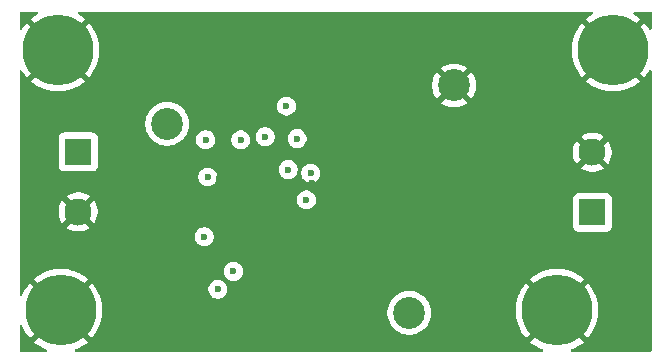
<source format=gbr>
%TF.GenerationSoftware,KiCad,Pcbnew,9.0.1*%
%TF.CreationDate,2025-05-14T23:35:05-05:00*%
%TF.ProjectId,Project-Star,50726f6a-6563-4742-9d53-7461722e6b69,rev?*%
%TF.SameCoordinates,Original*%
%TF.FileFunction,Copper,L3,Inr*%
%TF.FilePolarity,Positive*%
%FSLAX46Y46*%
G04 Gerber Fmt 4.6, Leading zero omitted, Abs format (unit mm)*
G04 Created by KiCad (PCBNEW 9.0.1) date 2025-05-14 23:35:05*
%MOMM*%
%LPD*%
G01*
G04 APERTURE LIST*
%TA.AperFunction,ComponentPad*%
%ADD10C,2.700000*%
%TD*%
%TA.AperFunction,ComponentPad*%
%ADD11R,2.300000X2.300000*%
%TD*%
%TA.AperFunction,ComponentPad*%
%ADD12C,2.300000*%
%TD*%
%TA.AperFunction,ComponentPad*%
%ADD13C,6.000000*%
%TD*%
%TA.AperFunction,ViaPad*%
%ADD14C,0.600000*%
%TD*%
G04 APERTURE END LIST*
D10*
%TO.N,/20V_Power_Line/Vin*%
%TO.C,VIN*%
X131500000Y-96000000D03*
%TD*%
%TO.N,/20V_Power_Line/Vout*%
%TO.C,VOUT*%
X152000000Y-112000000D03*
%TD*%
%TO.N,GND*%
%TO.C,GND*%
X155790000Y-92750000D03*
%TD*%
D11*
%TO.N,/20V_Power_Line/Vout*%
%TO.C,CN2*%
X167500000Y-103500000D03*
D12*
%TO.N,GND*%
X167500000Y-98420000D03*
%TD*%
D11*
%TO.N,/20V_Power_Line/Vin*%
%TO.C,CN1*%
X123960000Y-98380000D03*
D12*
%TO.N,GND*%
X123960000Y-103460000D03*
%TD*%
D13*
%TO.N,GND*%
%TO.C,H2*%
X122500000Y-111800000D03*
%TD*%
%TO.N,GND*%
%TO.C,H4*%
X169250000Y-89750000D03*
%TD*%
%TO.N,GND*%
%TO.C,H3*%
X122250000Y-89750000D03*
%TD*%
%TO.N,GND*%
%TO.C,H1*%
X164500000Y-111800000D03*
%TD*%
D14*
%TO.N,/20V_Power_Line/Vout*%
X137108976Y-108500000D03*
%TO.N,Net-(U4-SW)*%
X143290000Y-102440000D03*
X141600000Y-94500000D03*
%TO.N,Net-(Q2-G)*%
X134642804Y-105562759D03*
%TO.N,Net-(Q1-G)*%
X143654253Y-100176290D03*
%TO.N,Net-(U4-ILIM)*%
X134927974Y-100500000D03*
X139800000Y-97100000D03*
%TO.N,GND*%
X133750000Y-106750000D03*
X145250000Y-92250000D03*
X136262727Y-103315942D03*
%TO.N,/20V_Power_Line/Vout*%
X135800000Y-110000000D03*
%TO.N,GND*%
X137735000Y-100640000D03*
X139284808Y-104205214D03*
X136800000Y-101090000D03*
%TO.N,Net-(Q2-G)*%
X134750000Y-97354998D03*
%TO.N,GND*%
X134500000Y-103250000D03*
X141250000Y-105235002D03*
X132500000Y-98750000D03*
%TO.N,/20V_Power_Line/Vin*%
X142500000Y-97250000D03*
%TO.N,GND*%
X138889723Y-103610277D03*
%TO.N,/20V_Power_Line/Vin*%
X141750000Y-99869998D03*
%TO.N,GND*%
X139500000Y-102250000D03*
X143750000Y-101000000D03*
X144000000Y-98500000D03*
%TO.N,Net-(Q1-G)*%
X137735692Y-97360023D03*
%TO.N,GND*%
X133000000Y-93500000D03*
X141000000Y-113250000D03*
X136800000Y-100190000D03*
X135865000Y-100640000D03*
%TD*%
%TA.AperFunction,Conductor*%
%TO.N,GND*%
G36*
X121279588Y-112842330D02*
G01*
X121457670Y-113020412D01*
X121559300Y-113094251D01*
X120207338Y-114446212D01*
X120207339Y-114446213D01*
X120412533Y-114614612D01*
X120412546Y-114614622D01*
X120698463Y-114805666D01*
X120698481Y-114805677D01*
X121001744Y-114967773D01*
X121001758Y-114967780D01*
X121226664Y-115060939D01*
X121281067Y-115104780D01*
X121303132Y-115171074D01*
X121285853Y-115238773D01*
X121234716Y-115286384D01*
X121179211Y-115299500D01*
X119124500Y-115299500D01*
X119057461Y-115279815D01*
X119011706Y-115227011D01*
X119000500Y-115175500D01*
X119000500Y-113120788D01*
X119020185Y-113053749D01*
X119072989Y-113007994D01*
X119142147Y-112998050D01*
X119205703Y-113027075D01*
X119239061Y-113073336D01*
X119332216Y-113298234D01*
X119332226Y-113298255D01*
X119494322Y-113601518D01*
X119494333Y-113601536D01*
X119685377Y-113887453D01*
X119685387Y-113887467D01*
X119853785Y-114092659D01*
X119853786Y-114092660D01*
X121205747Y-112740698D01*
X121279588Y-112842330D01*
G37*
%TD.AperFunction*%
%TA.AperFunction,Conductor*%
G36*
X167476646Y-86520185D02*
G01*
X167522401Y-86572989D01*
X167532345Y-86642147D01*
X167503320Y-86705703D01*
X167468059Y-86733859D01*
X167448474Y-86744327D01*
X167448463Y-86744333D01*
X167162546Y-86935377D01*
X167162532Y-86935387D01*
X166957338Y-87103786D01*
X168309301Y-88455748D01*
X168207670Y-88529588D01*
X168029588Y-88707670D01*
X167955748Y-88809300D01*
X166603786Y-87457338D01*
X166435387Y-87662532D01*
X166435377Y-87662546D01*
X166244333Y-87948463D01*
X166244322Y-87948481D01*
X166082226Y-88251744D01*
X166082219Y-88251758D01*
X165950623Y-88569459D01*
X165850792Y-88898556D01*
X165850791Y-88898562D01*
X165783708Y-89235817D01*
X165783705Y-89235834D01*
X165750000Y-89578059D01*
X165750000Y-89921940D01*
X165783705Y-90264165D01*
X165783708Y-90264182D01*
X165850791Y-90601437D01*
X165850792Y-90601443D01*
X165950623Y-90930540D01*
X166082219Y-91248241D01*
X166082226Y-91248255D01*
X166244322Y-91551518D01*
X166244333Y-91551536D01*
X166435377Y-91837453D01*
X166435387Y-91837467D01*
X166603785Y-92042659D01*
X166603786Y-92042660D01*
X167955748Y-90690698D01*
X168029588Y-90792330D01*
X168207670Y-90970412D01*
X168309300Y-91044251D01*
X166957338Y-92396212D01*
X166957339Y-92396213D01*
X167162533Y-92564612D01*
X167162546Y-92564622D01*
X167448463Y-92755666D01*
X167448481Y-92755677D01*
X167751744Y-92917773D01*
X167751758Y-92917780D01*
X168069459Y-93049376D01*
X168398556Y-93149207D01*
X168398562Y-93149208D01*
X168735817Y-93216291D01*
X168735834Y-93216294D01*
X169078059Y-93250000D01*
X169421941Y-93250000D01*
X169764165Y-93216294D01*
X169764182Y-93216291D01*
X170101437Y-93149208D01*
X170101443Y-93149207D01*
X170430540Y-93049376D01*
X170748241Y-92917780D01*
X170748255Y-92917773D01*
X171051518Y-92755677D01*
X171051536Y-92755666D01*
X171337453Y-92564622D01*
X171337466Y-92564612D01*
X171542659Y-92396213D01*
X171542659Y-92396212D01*
X170190698Y-91044251D01*
X170292330Y-90970412D01*
X170470412Y-90792330D01*
X170544251Y-90690698D01*
X171896212Y-92042659D01*
X171896213Y-92042659D01*
X172064612Y-91837466D01*
X172064622Y-91837453D01*
X172255666Y-91551536D01*
X172255672Y-91551525D01*
X172286141Y-91494523D01*
X172335103Y-91444678D01*
X172403241Y-91429217D01*
X172468921Y-91453048D01*
X172511290Y-91508605D01*
X172519500Y-91552975D01*
X172519500Y-115175500D01*
X172499815Y-115242539D01*
X172447011Y-115288294D01*
X172395500Y-115299500D01*
X165820789Y-115299500D01*
X165753750Y-115279815D01*
X165707995Y-115227011D01*
X165698051Y-115157853D01*
X165727076Y-115094297D01*
X165773336Y-115060939D01*
X165998241Y-114967780D01*
X165998255Y-114967773D01*
X166301518Y-114805677D01*
X166301536Y-114805666D01*
X166587453Y-114614622D01*
X166587466Y-114614612D01*
X166792659Y-114446213D01*
X166792659Y-114446212D01*
X165440698Y-113094251D01*
X165542330Y-113020412D01*
X165720412Y-112842330D01*
X165794251Y-112740698D01*
X167146212Y-114092659D01*
X167146213Y-114092659D01*
X167314612Y-113887466D01*
X167314622Y-113887453D01*
X167505666Y-113601536D01*
X167505677Y-113601518D01*
X167667773Y-113298255D01*
X167667780Y-113298241D01*
X167799376Y-112980540D01*
X167899207Y-112651443D01*
X167899208Y-112651437D01*
X167966291Y-112314182D01*
X167966294Y-112314165D01*
X168000000Y-111971940D01*
X168000000Y-111628059D01*
X167966294Y-111285834D01*
X167966291Y-111285817D01*
X167899208Y-110948562D01*
X167899207Y-110948556D01*
X167799376Y-110619459D01*
X167667780Y-110301758D01*
X167667773Y-110301744D01*
X167505677Y-109998481D01*
X167505666Y-109998463D01*
X167314622Y-109712546D01*
X167314612Y-109712533D01*
X167146213Y-109507339D01*
X167146212Y-109507338D01*
X165794250Y-110859300D01*
X165720412Y-110757670D01*
X165542330Y-110579588D01*
X165440697Y-110505747D01*
X166792660Y-109153786D01*
X166792659Y-109153785D01*
X166587467Y-108985387D01*
X166587453Y-108985377D01*
X166301536Y-108794333D01*
X166301518Y-108794322D01*
X165998255Y-108632226D01*
X165998241Y-108632219D01*
X165680540Y-108500623D01*
X165351443Y-108400792D01*
X165351437Y-108400791D01*
X165014182Y-108333708D01*
X165014165Y-108333705D01*
X164671941Y-108300000D01*
X164328059Y-108300000D01*
X163985834Y-108333705D01*
X163985817Y-108333708D01*
X163648562Y-108400791D01*
X163648556Y-108400792D01*
X163319459Y-108500623D01*
X163001758Y-108632219D01*
X163001744Y-108632226D01*
X162698481Y-108794322D01*
X162698463Y-108794333D01*
X162412546Y-108985377D01*
X162412532Y-108985387D01*
X162207338Y-109153786D01*
X163559301Y-110505748D01*
X163457670Y-110579588D01*
X163279588Y-110757670D01*
X163205748Y-110859300D01*
X161853786Y-109507338D01*
X161685387Y-109712532D01*
X161685377Y-109712546D01*
X161494333Y-109998463D01*
X161494322Y-109998481D01*
X161332226Y-110301744D01*
X161332219Y-110301758D01*
X161200623Y-110619459D01*
X161100792Y-110948556D01*
X161100791Y-110948562D01*
X161033708Y-111285817D01*
X161033705Y-111285834D01*
X161000000Y-111628059D01*
X161000000Y-111971940D01*
X161033705Y-112314165D01*
X161033708Y-112314182D01*
X161100791Y-112651437D01*
X161100792Y-112651443D01*
X161200623Y-112980540D01*
X161332219Y-113298241D01*
X161332226Y-113298255D01*
X161494322Y-113601518D01*
X161494333Y-113601536D01*
X161685377Y-113887453D01*
X161685387Y-113887467D01*
X161853785Y-114092659D01*
X161853786Y-114092660D01*
X163205748Y-112740698D01*
X163279588Y-112842330D01*
X163457670Y-113020412D01*
X163559300Y-113094251D01*
X162207338Y-114446212D01*
X162207339Y-114446213D01*
X162412533Y-114614612D01*
X162412546Y-114614622D01*
X162698463Y-114805666D01*
X162698481Y-114805677D01*
X163001744Y-114967773D01*
X163001758Y-114967780D01*
X163226664Y-115060939D01*
X163281067Y-115104780D01*
X163303132Y-115171074D01*
X163285853Y-115238773D01*
X163234716Y-115286384D01*
X163179211Y-115299500D01*
X123820789Y-115299500D01*
X123753750Y-115279815D01*
X123707995Y-115227011D01*
X123698051Y-115157853D01*
X123727076Y-115094297D01*
X123773336Y-115060939D01*
X123998241Y-114967780D01*
X123998255Y-114967773D01*
X124301518Y-114805677D01*
X124301536Y-114805666D01*
X124587453Y-114614622D01*
X124587466Y-114614612D01*
X124792659Y-114446213D01*
X124792659Y-114446212D01*
X123440698Y-113094251D01*
X123542330Y-113020412D01*
X123720412Y-112842330D01*
X123794251Y-112740698D01*
X125146212Y-114092659D01*
X125146213Y-114092659D01*
X125314612Y-113887466D01*
X125314622Y-113887453D01*
X125505666Y-113601536D01*
X125505677Y-113601518D01*
X125667773Y-113298255D01*
X125667780Y-113298241D01*
X125799376Y-112980540D01*
X125899207Y-112651443D01*
X125899208Y-112651437D01*
X125966291Y-112314182D01*
X125966294Y-112314165D01*
X126000000Y-111971940D01*
X126000000Y-111878711D01*
X150149500Y-111878711D01*
X150149500Y-112121288D01*
X150181161Y-112361785D01*
X150243947Y-112596104D01*
X150336773Y-112820205D01*
X150336776Y-112820212D01*
X150458064Y-113030289D01*
X150458066Y-113030292D01*
X150458067Y-113030293D01*
X150605733Y-113222736D01*
X150605739Y-113222743D01*
X150777256Y-113394260D01*
X150777262Y-113394265D01*
X150969711Y-113541936D01*
X151179788Y-113663224D01*
X151403900Y-113756054D01*
X151638211Y-113818838D01*
X151818586Y-113842584D01*
X151878711Y-113850500D01*
X151878712Y-113850500D01*
X152121289Y-113850500D01*
X152169388Y-113844167D01*
X152361789Y-113818838D01*
X152596100Y-113756054D01*
X152820212Y-113663224D01*
X153030289Y-113541936D01*
X153222738Y-113394265D01*
X153394265Y-113222738D01*
X153541936Y-113030289D01*
X153663224Y-112820212D01*
X153756054Y-112596100D01*
X153818838Y-112361789D01*
X153850500Y-112121288D01*
X153850500Y-111878712D01*
X153818838Y-111638211D01*
X153756054Y-111403900D01*
X153663224Y-111179788D01*
X153541936Y-110969711D01*
X153412096Y-110800500D01*
X153394266Y-110777263D01*
X153394260Y-110777256D01*
X153222743Y-110605739D01*
X153222736Y-110605733D01*
X153030293Y-110458067D01*
X153030292Y-110458066D01*
X153030289Y-110458064D01*
X152820212Y-110336776D01*
X152773002Y-110317221D01*
X152596104Y-110243947D01*
X152361785Y-110181161D01*
X152121289Y-110149500D01*
X152121288Y-110149500D01*
X151878712Y-110149500D01*
X151878711Y-110149500D01*
X151638214Y-110181161D01*
X151403895Y-110243947D01*
X151179794Y-110336773D01*
X151179785Y-110336777D01*
X150969706Y-110458067D01*
X150777263Y-110605733D01*
X150777256Y-110605739D01*
X150605739Y-110777256D01*
X150605733Y-110777263D01*
X150458067Y-110969706D01*
X150336777Y-111179785D01*
X150336773Y-111179794D01*
X150243947Y-111403895D01*
X150181161Y-111638214D01*
X150149500Y-111878711D01*
X126000000Y-111878711D01*
X126000000Y-111628059D01*
X125966294Y-111285834D01*
X125966291Y-111285817D01*
X125899208Y-110948562D01*
X125899207Y-110948556D01*
X125799376Y-110619459D01*
X125667780Y-110301758D01*
X125667773Y-110301744D01*
X125505677Y-109998481D01*
X125505663Y-109998457D01*
X125495973Y-109983955D01*
X125454010Y-109921153D01*
X134999500Y-109921153D01*
X134999500Y-110078846D01*
X135030261Y-110233489D01*
X135030264Y-110233501D01*
X135090602Y-110379172D01*
X135090609Y-110379185D01*
X135178210Y-110510288D01*
X135178213Y-110510292D01*
X135289707Y-110621786D01*
X135289711Y-110621789D01*
X135420814Y-110709390D01*
X135420827Y-110709397D01*
X135537370Y-110757670D01*
X135566503Y-110769737D01*
X135721153Y-110800499D01*
X135721156Y-110800500D01*
X135721158Y-110800500D01*
X135878844Y-110800500D01*
X135878845Y-110800499D01*
X136033497Y-110769737D01*
X136179179Y-110709394D01*
X136310289Y-110621789D01*
X136421789Y-110510289D01*
X136509394Y-110379179D01*
X136569737Y-110233497D01*
X136600500Y-110078842D01*
X136600500Y-109921158D01*
X136600500Y-109921155D01*
X136600499Y-109921153D01*
X136569738Y-109766510D01*
X136569737Y-109766503D01*
X136569735Y-109766498D01*
X136509397Y-109620827D01*
X136509390Y-109620814D01*
X136421789Y-109489711D01*
X136421786Y-109489707D01*
X136310292Y-109378213D01*
X136310288Y-109378210D01*
X136179185Y-109290609D01*
X136179172Y-109290602D01*
X136033501Y-109230264D01*
X136033489Y-109230261D01*
X135878845Y-109199500D01*
X135878842Y-109199500D01*
X135721158Y-109199500D01*
X135721155Y-109199500D01*
X135566510Y-109230261D01*
X135566498Y-109230264D01*
X135420827Y-109290602D01*
X135420814Y-109290609D01*
X135289711Y-109378210D01*
X135289707Y-109378213D01*
X135178213Y-109489707D01*
X135178210Y-109489711D01*
X135090609Y-109620814D01*
X135090602Y-109620827D01*
X135030264Y-109766498D01*
X135030261Y-109766510D01*
X134999500Y-109921153D01*
X125454010Y-109921153D01*
X125314622Y-109712546D01*
X125314612Y-109712533D01*
X125146213Y-109507339D01*
X125146212Y-109507338D01*
X123794250Y-110859300D01*
X123720412Y-110757670D01*
X123542330Y-110579588D01*
X123440697Y-110505747D01*
X124792660Y-109153786D01*
X124792659Y-109153785D01*
X124587467Y-108985387D01*
X124587453Y-108985377D01*
X124301536Y-108794333D01*
X124301518Y-108794322D01*
X123998255Y-108632226D01*
X123998241Y-108632219D01*
X123750560Y-108529627D01*
X123680540Y-108500623D01*
X123418564Y-108421153D01*
X136308476Y-108421153D01*
X136308476Y-108578846D01*
X136339237Y-108733489D01*
X136339240Y-108733501D01*
X136399578Y-108879172D01*
X136399585Y-108879185D01*
X136487186Y-109010288D01*
X136487189Y-109010292D01*
X136598683Y-109121786D01*
X136598687Y-109121789D01*
X136729790Y-109209390D01*
X136729803Y-109209397D01*
X136875474Y-109269735D01*
X136875479Y-109269737D01*
X137030129Y-109300499D01*
X137030132Y-109300500D01*
X137030134Y-109300500D01*
X137187820Y-109300500D01*
X137187821Y-109300499D01*
X137342473Y-109269737D01*
X137488155Y-109209394D01*
X137619265Y-109121789D01*
X137619268Y-109121786D01*
X137626135Y-109114920D01*
X137730762Y-109010292D01*
X137730765Y-109010289D01*
X137818370Y-108879179D01*
X137878713Y-108733497D01*
X137909476Y-108578842D01*
X137909476Y-108421158D01*
X137909476Y-108421155D01*
X137909475Y-108421153D01*
X137878714Y-108266510D01*
X137878713Y-108266503D01*
X137878711Y-108266498D01*
X137818373Y-108120827D01*
X137818366Y-108120814D01*
X137730765Y-107989711D01*
X137730762Y-107989707D01*
X137619268Y-107878213D01*
X137619264Y-107878210D01*
X137488161Y-107790609D01*
X137488148Y-107790602D01*
X137342477Y-107730264D01*
X137342465Y-107730261D01*
X137187821Y-107699500D01*
X137187818Y-107699500D01*
X137030134Y-107699500D01*
X137030131Y-107699500D01*
X136875486Y-107730261D01*
X136875474Y-107730264D01*
X136729803Y-107790602D01*
X136729790Y-107790609D01*
X136598687Y-107878210D01*
X136598683Y-107878213D01*
X136487189Y-107989707D01*
X136487186Y-107989711D01*
X136399585Y-108120814D01*
X136399578Y-108120827D01*
X136339240Y-108266498D01*
X136339237Y-108266510D01*
X136308476Y-108421153D01*
X123418564Y-108421153D01*
X123351443Y-108400792D01*
X123351437Y-108400791D01*
X123014182Y-108333708D01*
X123014165Y-108333705D01*
X122671941Y-108300000D01*
X122328059Y-108300000D01*
X121985834Y-108333705D01*
X121985817Y-108333708D01*
X121648562Y-108400791D01*
X121648556Y-108400792D01*
X121319459Y-108500623D01*
X121001758Y-108632219D01*
X121001744Y-108632226D01*
X120698481Y-108794322D01*
X120698463Y-108794333D01*
X120412546Y-108985377D01*
X120412532Y-108985387D01*
X120207338Y-109153786D01*
X121559301Y-110505748D01*
X121457670Y-110579588D01*
X121279588Y-110757670D01*
X121205748Y-110859301D01*
X119853786Y-109507338D01*
X119685387Y-109712532D01*
X119685377Y-109712546D01*
X119494333Y-109998463D01*
X119494322Y-109998481D01*
X119332226Y-110301744D01*
X119332219Y-110301758D01*
X119239061Y-110526664D01*
X119195220Y-110581067D01*
X119128926Y-110603132D01*
X119061227Y-110585853D01*
X119013616Y-110534716D01*
X119000500Y-110479211D01*
X119000500Y-105483912D01*
X133842304Y-105483912D01*
X133842304Y-105641605D01*
X133873065Y-105796248D01*
X133873068Y-105796260D01*
X133933406Y-105941931D01*
X133933413Y-105941944D01*
X134021014Y-106073047D01*
X134021017Y-106073051D01*
X134132511Y-106184545D01*
X134132515Y-106184548D01*
X134263618Y-106272149D01*
X134263631Y-106272156D01*
X134409302Y-106332494D01*
X134409307Y-106332496D01*
X134563957Y-106363258D01*
X134563960Y-106363259D01*
X134563962Y-106363259D01*
X134721648Y-106363259D01*
X134721649Y-106363258D01*
X134876301Y-106332496D01*
X135021983Y-106272153D01*
X135153093Y-106184548D01*
X135264593Y-106073048D01*
X135352198Y-105941938D01*
X135412541Y-105796256D01*
X135443304Y-105641601D01*
X135443304Y-105483917D01*
X135443304Y-105483914D01*
X135443303Y-105483912D01*
X135412542Y-105329269D01*
X135412541Y-105329262D01*
X135412539Y-105329257D01*
X135352201Y-105183586D01*
X135352194Y-105183573D01*
X135264593Y-105052470D01*
X135264590Y-105052466D01*
X135153096Y-104940972D01*
X135153092Y-104940969D01*
X135021989Y-104853368D01*
X135021976Y-104853361D01*
X134876305Y-104793023D01*
X134876293Y-104793020D01*
X134721649Y-104762259D01*
X134721646Y-104762259D01*
X134563962Y-104762259D01*
X134563959Y-104762259D01*
X134409314Y-104793020D01*
X134409302Y-104793023D01*
X134263631Y-104853361D01*
X134263618Y-104853368D01*
X134132515Y-104940969D01*
X134132511Y-104940972D01*
X134021017Y-105052466D01*
X134021014Y-105052470D01*
X133933413Y-105183573D01*
X133933406Y-105183586D01*
X133873068Y-105329257D01*
X133873065Y-105329269D01*
X133842304Y-105483912D01*
X119000500Y-105483912D01*
X119000500Y-103330142D01*
X122310000Y-103330142D01*
X122310000Y-103589857D01*
X122350629Y-103846377D01*
X122430883Y-104093377D01*
X122548796Y-104324791D01*
X122629951Y-104436492D01*
X122629952Y-104436493D01*
X123282412Y-103784032D01*
X123295349Y-103815263D01*
X123377428Y-103938104D01*
X123481896Y-104042572D01*
X123604737Y-104124651D01*
X123635966Y-104137586D01*
X122983505Y-104790046D01*
X122983506Y-104790048D01*
X123095208Y-104871203D01*
X123326622Y-104989116D01*
X123573622Y-105069370D01*
X123830143Y-105110000D01*
X124089857Y-105110000D01*
X124346377Y-105069370D01*
X124593377Y-104989116D01*
X124824788Y-104871205D01*
X124936492Y-104790046D01*
X124936493Y-104790046D01*
X124284033Y-104137586D01*
X124315263Y-104124651D01*
X124438104Y-104042572D01*
X124542572Y-103938104D01*
X124624651Y-103815263D01*
X124637586Y-103784033D01*
X125290046Y-104436493D01*
X125290046Y-104436492D01*
X125371205Y-104324788D01*
X125489116Y-104093377D01*
X125569370Y-103846377D01*
X125610000Y-103589857D01*
X125610000Y-103330142D01*
X125569370Y-103073622D01*
X125489116Y-102826622D01*
X125371203Y-102595208D01*
X125290048Y-102483506D01*
X125290046Y-102483505D01*
X124637586Y-103135965D01*
X124624651Y-103104737D01*
X124542572Y-102981896D01*
X124438104Y-102877428D01*
X124315263Y-102795349D01*
X124284033Y-102782413D01*
X124705293Y-102361153D01*
X142489500Y-102361153D01*
X142489500Y-102518846D01*
X142520261Y-102673489D01*
X142520264Y-102673501D01*
X142580602Y-102819172D01*
X142580609Y-102819185D01*
X142668210Y-102950288D01*
X142668213Y-102950292D01*
X142779707Y-103061786D01*
X142779711Y-103061789D01*
X142910814Y-103149390D01*
X142910827Y-103149397D01*
X143056498Y-103209735D01*
X143056503Y-103209737D01*
X143211153Y-103240499D01*
X143211156Y-103240500D01*
X143211158Y-103240500D01*
X143368844Y-103240500D01*
X143368845Y-103240499D01*
X143523497Y-103209737D01*
X143669179Y-103149394D01*
X143800289Y-103061789D01*
X143911789Y-102950289D01*
X143999394Y-102819179D01*
X144059737Y-102673497D01*
X144090500Y-102518842D01*
X144090500Y-102361158D01*
X144090500Y-102361155D01*
X144090499Y-102361153D01*
X144082910Y-102322997D01*
X144078760Y-102302135D01*
X165849500Y-102302135D01*
X165849500Y-104697870D01*
X165849501Y-104697876D01*
X165855908Y-104757483D01*
X165906202Y-104892328D01*
X165906206Y-104892335D01*
X165992452Y-105007544D01*
X165992455Y-105007547D01*
X166107664Y-105093793D01*
X166107671Y-105093797D01*
X166242517Y-105144091D01*
X166242516Y-105144091D01*
X166249444Y-105144835D01*
X166302127Y-105150500D01*
X168697872Y-105150499D01*
X168757483Y-105144091D01*
X168892331Y-105093796D01*
X169007546Y-105007546D01*
X169093796Y-104892331D01*
X169144091Y-104757483D01*
X169150500Y-104697873D01*
X169150499Y-102302128D01*
X169144091Y-102242517D01*
X169130661Y-102206510D01*
X169093797Y-102107671D01*
X169093793Y-102107664D01*
X169007547Y-101992455D01*
X169007544Y-101992452D01*
X168892335Y-101906206D01*
X168892328Y-101906202D01*
X168757482Y-101855908D01*
X168757483Y-101855908D01*
X168697883Y-101849501D01*
X168697881Y-101849500D01*
X168697873Y-101849500D01*
X168697864Y-101849500D01*
X166302129Y-101849500D01*
X166302123Y-101849501D01*
X166242516Y-101855908D01*
X166107671Y-101906202D01*
X166107664Y-101906206D01*
X165992455Y-101992452D01*
X165992452Y-101992455D01*
X165906206Y-102107664D01*
X165906202Y-102107671D01*
X165855908Y-102242517D01*
X165853235Y-102267385D01*
X165849501Y-102302123D01*
X165849500Y-102302135D01*
X144078760Y-102302135D01*
X144059738Y-102206508D01*
X144059737Y-102206507D01*
X144059737Y-102206503D01*
X144028029Y-102129952D01*
X143999397Y-102060827D01*
X143999390Y-102060814D01*
X143911789Y-101929711D01*
X143911786Y-101929707D01*
X143800292Y-101818213D01*
X143800288Y-101818210D01*
X143669185Y-101730609D01*
X143669172Y-101730602D01*
X143523501Y-101670264D01*
X143523489Y-101670261D01*
X143368845Y-101639500D01*
X143368842Y-101639500D01*
X143211158Y-101639500D01*
X143211155Y-101639500D01*
X143056510Y-101670261D01*
X143056498Y-101670264D01*
X142910827Y-101730602D01*
X142910814Y-101730609D01*
X142779711Y-101818210D01*
X142779707Y-101818213D01*
X142668213Y-101929707D01*
X142668210Y-101929711D01*
X142580609Y-102060814D01*
X142580602Y-102060827D01*
X142520264Y-102206498D01*
X142520261Y-102206510D01*
X142489500Y-102361153D01*
X124705293Y-102361153D01*
X124799061Y-102267385D01*
X124936493Y-102129952D01*
X124936492Y-102129951D01*
X124824791Y-102048796D01*
X124593377Y-101930883D01*
X124346377Y-101850629D01*
X124089857Y-101810000D01*
X123830143Y-101810000D01*
X123573622Y-101850629D01*
X123326622Y-101930883D01*
X123095215Y-102048792D01*
X122983506Y-102129952D01*
X123635966Y-102782412D01*
X123604737Y-102795349D01*
X123481896Y-102877428D01*
X123377428Y-102981896D01*
X123295349Y-103104737D01*
X123282412Y-103135966D01*
X122629952Y-102483506D01*
X122548792Y-102595215D01*
X122430883Y-102826622D01*
X122350629Y-103073622D01*
X122310000Y-103330142D01*
X119000500Y-103330142D01*
X119000500Y-100421153D01*
X134127474Y-100421153D01*
X134127474Y-100578846D01*
X134158235Y-100733489D01*
X134158238Y-100733501D01*
X134218576Y-100879172D01*
X134218583Y-100879185D01*
X134306184Y-101010288D01*
X134306187Y-101010292D01*
X134417681Y-101121786D01*
X134417685Y-101121789D01*
X134548788Y-101209390D01*
X134548801Y-101209397D01*
X134694472Y-101269735D01*
X134694477Y-101269737D01*
X134849127Y-101300499D01*
X134849130Y-101300500D01*
X134849132Y-101300500D01*
X135006818Y-101300500D01*
X135006819Y-101300499D01*
X135161471Y-101269737D01*
X135307153Y-101209394D01*
X135438263Y-101121789D01*
X135549763Y-101010289D01*
X135637368Y-100879179D01*
X135697711Y-100733497D01*
X135728474Y-100578842D01*
X135728474Y-100421158D01*
X135728474Y-100421155D01*
X135728473Y-100421153D01*
X135697712Y-100266510D01*
X135697711Y-100266503D01*
X135690537Y-100249183D01*
X135637371Y-100120827D01*
X135637364Y-100120814D01*
X135549763Y-99989711D01*
X135549760Y-99989707D01*
X135438263Y-99878210D01*
X135307970Y-99791151D01*
X140949500Y-99791151D01*
X140949500Y-99948844D01*
X140980261Y-100103487D01*
X140980264Y-100103499D01*
X141040602Y-100249170D01*
X141040609Y-100249183D01*
X141128210Y-100380286D01*
X141128213Y-100380290D01*
X141239707Y-100491784D01*
X141239711Y-100491787D01*
X141370814Y-100579388D01*
X141370827Y-100579395D01*
X141516498Y-100639733D01*
X141516503Y-100639735D01*
X141671153Y-100670497D01*
X141671156Y-100670498D01*
X141671158Y-100670498D01*
X141828844Y-100670498D01*
X141828845Y-100670497D01*
X141983497Y-100639735D01*
X142129179Y-100579392D01*
X142260289Y-100491787D01*
X142371789Y-100380287D01*
X142459394Y-100249177D01*
X142519737Y-100103495D01*
X142520941Y-100097443D01*
X142853753Y-100097443D01*
X142853753Y-100255136D01*
X142884514Y-100409779D01*
X142884517Y-100409791D01*
X142944855Y-100555462D01*
X142944862Y-100555475D01*
X143032463Y-100686578D01*
X143032466Y-100686582D01*
X143143960Y-100798076D01*
X143143964Y-100798079D01*
X143275067Y-100885680D01*
X143275080Y-100885687D01*
X143420751Y-100946025D01*
X143420756Y-100946027D01*
X143575406Y-100976789D01*
X143575409Y-100976790D01*
X143575411Y-100976790D01*
X143733097Y-100976790D01*
X143733098Y-100976789D01*
X143887750Y-100946027D01*
X144033432Y-100885684D01*
X144164542Y-100798079D01*
X144276042Y-100686579D01*
X144363647Y-100555469D01*
X144423990Y-100409787D01*
X144454753Y-100255132D01*
X144454753Y-100097448D01*
X144454753Y-100097445D01*
X144454752Y-100097443D01*
X144440161Y-100024091D01*
X144423990Y-99942793D01*
X144401106Y-99887546D01*
X144363650Y-99797117D01*
X144363640Y-99797099D01*
X144346655Y-99771679D01*
X144346654Y-99771678D01*
X144276042Y-99666001D01*
X144276039Y-99665997D01*
X144164545Y-99554503D01*
X144164541Y-99554500D01*
X144033438Y-99466899D01*
X144033425Y-99466892D01*
X143887754Y-99406554D01*
X143887742Y-99406551D01*
X143733098Y-99375790D01*
X143733095Y-99375790D01*
X143575411Y-99375790D01*
X143575408Y-99375790D01*
X143420763Y-99406551D01*
X143420751Y-99406554D01*
X143275080Y-99466892D01*
X143275067Y-99466899D01*
X143143964Y-99554500D01*
X143143960Y-99554503D01*
X143032466Y-99665997D01*
X143032463Y-99666001D01*
X142944862Y-99797104D01*
X142944855Y-99797117D01*
X142884517Y-99942788D01*
X142884514Y-99942800D01*
X142853753Y-100097443D01*
X142520941Y-100097443D01*
X142534257Y-100030498D01*
X142550500Y-99948842D01*
X142550500Y-99791153D01*
X142550499Y-99791151D01*
X142538388Y-99730264D01*
X142519737Y-99636501D01*
X142495453Y-99577873D01*
X142459397Y-99490825D01*
X142459390Y-99490812D01*
X142371789Y-99359709D01*
X142371786Y-99359705D01*
X142260292Y-99248211D01*
X142260288Y-99248208D01*
X142129185Y-99160607D01*
X142129172Y-99160600D01*
X141983501Y-99100262D01*
X141983489Y-99100259D01*
X141828845Y-99069498D01*
X141828842Y-99069498D01*
X141671158Y-99069498D01*
X141671155Y-99069498D01*
X141516510Y-99100259D01*
X141516498Y-99100262D01*
X141370827Y-99160600D01*
X141370814Y-99160607D01*
X141239711Y-99248208D01*
X141239707Y-99248211D01*
X141128213Y-99359705D01*
X141128210Y-99359709D01*
X141040609Y-99490812D01*
X141040602Y-99490825D01*
X140980264Y-99636496D01*
X140980261Y-99636508D01*
X140949500Y-99791151D01*
X135307970Y-99791151D01*
X135307159Y-99790609D01*
X135307146Y-99790602D01*
X135161475Y-99730264D01*
X135161463Y-99730261D01*
X135006819Y-99699500D01*
X135006816Y-99699500D01*
X134849132Y-99699500D01*
X134849129Y-99699500D01*
X134694484Y-99730261D01*
X134694472Y-99730264D01*
X134548801Y-99790602D01*
X134548788Y-99790609D01*
X134417685Y-99878210D01*
X134417681Y-99878213D01*
X134306187Y-99989707D01*
X134306184Y-99989711D01*
X134218583Y-100120814D01*
X134218576Y-100120827D01*
X134158238Y-100266498D01*
X134158235Y-100266510D01*
X134127474Y-100421153D01*
X119000500Y-100421153D01*
X119000500Y-97182135D01*
X122309500Y-97182135D01*
X122309500Y-99577870D01*
X122309501Y-99577876D01*
X122315908Y-99637483D01*
X122366202Y-99772328D01*
X122366206Y-99772335D01*
X122452452Y-99887544D01*
X122452455Y-99887547D01*
X122567664Y-99973793D01*
X122567671Y-99973797D01*
X122702517Y-100024091D01*
X122702516Y-100024091D01*
X122709444Y-100024835D01*
X122762127Y-100030500D01*
X125157872Y-100030499D01*
X125217483Y-100024091D01*
X125352331Y-99973796D01*
X125467546Y-99887546D01*
X125553796Y-99772331D01*
X125604091Y-99637483D01*
X125610500Y-99577873D01*
X125610499Y-98290142D01*
X165850000Y-98290142D01*
X165850000Y-98549857D01*
X165890629Y-98806377D01*
X165970883Y-99053377D01*
X166088796Y-99284791D01*
X166169951Y-99396492D01*
X166169952Y-99396493D01*
X166822412Y-98744032D01*
X166835349Y-98775263D01*
X166917428Y-98898104D01*
X167021896Y-99002572D01*
X167144737Y-99084651D01*
X167175966Y-99097586D01*
X166523505Y-99750046D01*
X166523506Y-99750048D01*
X166635208Y-99831203D01*
X166866622Y-99949116D01*
X167113622Y-100029370D01*
X167370143Y-100070000D01*
X167629857Y-100070000D01*
X167886377Y-100029370D01*
X168133377Y-99949116D01*
X168364788Y-99831205D01*
X168476492Y-99750046D01*
X168476493Y-99750046D01*
X167824033Y-99097586D01*
X167855263Y-99084651D01*
X167978104Y-99002572D01*
X168082572Y-98898104D01*
X168164651Y-98775263D01*
X168177586Y-98744033D01*
X168830046Y-99396493D01*
X168830046Y-99396492D01*
X168911205Y-99284788D01*
X169029116Y-99053377D01*
X169109370Y-98806377D01*
X169150000Y-98549857D01*
X169150000Y-98290142D01*
X169109370Y-98033622D01*
X169029116Y-97786622D01*
X168911203Y-97555208D01*
X168830048Y-97443506D01*
X168830046Y-97443505D01*
X168177586Y-98095965D01*
X168164651Y-98064737D01*
X168082572Y-97941896D01*
X167978104Y-97837428D01*
X167855263Y-97755349D01*
X167824033Y-97742413D01*
X168476493Y-97089952D01*
X168476492Y-97089951D01*
X168364791Y-97008796D01*
X168133377Y-96890883D01*
X167886377Y-96810629D01*
X167629857Y-96770000D01*
X167370143Y-96770000D01*
X167113622Y-96810629D01*
X166866622Y-96890883D01*
X166635215Y-97008792D01*
X166523506Y-97089952D01*
X167175966Y-97742412D01*
X167144737Y-97755349D01*
X167021896Y-97837428D01*
X166917428Y-97941896D01*
X166835349Y-98064737D01*
X166822412Y-98095966D01*
X166169952Y-97443506D01*
X166088792Y-97555215D01*
X165970883Y-97786622D01*
X165890629Y-98033622D01*
X165850000Y-98290142D01*
X125610499Y-98290142D01*
X125610499Y-97182128D01*
X125604091Y-97122517D01*
X125603710Y-97121496D01*
X125553797Y-96987671D01*
X125553793Y-96987664D01*
X125467547Y-96872455D01*
X125467544Y-96872452D01*
X125352335Y-96786206D01*
X125352328Y-96786202D01*
X125217482Y-96735908D01*
X125217483Y-96735908D01*
X125157883Y-96729501D01*
X125157881Y-96729500D01*
X125157873Y-96729500D01*
X125157864Y-96729500D01*
X122762129Y-96729500D01*
X122762123Y-96729501D01*
X122702516Y-96735908D01*
X122567671Y-96786202D01*
X122567664Y-96786206D01*
X122452455Y-96872452D01*
X122452452Y-96872455D01*
X122366206Y-96987664D01*
X122366202Y-96987671D01*
X122315908Y-97122517D01*
X122310679Y-97171158D01*
X122309501Y-97182123D01*
X122309500Y-97182135D01*
X119000500Y-97182135D01*
X119000500Y-95878711D01*
X129649500Y-95878711D01*
X129649500Y-96121288D01*
X129677011Y-96330264D01*
X129681162Y-96361789D01*
X129688884Y-96390606D01*
X129743947Y-96596104D01*
X129836773Y-96820205D01*
X129836777Y-96820214D01*
X129858974Y-96858661D01*
X129958064Y-97030289D01*
X129958066Y-97030292D01*
X129958067Y-97030293D01*
X130105733Y-97222736D01*
X130105739Y-97222743D01*
X130277256Y-97394260D01*
X130277263Y-97394266D01*
X130335391Y-97438869D01*
X130469711Y-97541936D01*
X130679788Y-97663224D01*
X130903900Y-97756054D01*
X131138211Y-97818838D01*
X131279419Y-97837428D01*
X131378711Y-97850500D01*
X131378712Y-97850500D01*
X131621289Y-97850500D01*
X131669388Y-97844167D01*
X131861789Y-97818838D01*
X132096100Y-97756054D01*
X132320212Y-97663224D01*
X132530289Y-97541936D01*
X132722738Y-97394265D01*
X132840852Y-97276151D01*
X133949500Y-97276151D01*
X133949500Y-97433844D01*
X133980261Y-97588487D01*
X133980264Y-97588499D01*
X134040602Y-97734170D01*
X134040609Y-97734183D01*
X134128210Y-97865286D01*
X134128213Y-97865290D01*
X134239707Y-97976784D01*
X134239711Y-97976787D01*
X134370814Y-98064388D01*
X134370827Y-98064395D01*
X134516498Y-98124733D01*
X134516503Y-98124735D01*
X134671153Y-98155497D01*
X134671156Y-98155498D01*
X134671158Y-98155498D01*
X134828844Y-98155498D01*
X134828845Y-98155497D01*
X134983497Y-98124735D01*
X135117040Y-98069420D01*
X135129172Y-98064395D01*
X135129172Y-98064394D01*
X135129179Y-98064392D01*
X135260289Y-97976787D01*
X135371789Y-97865287D01*
X135459394Y-97734177D01*
X135464527Y-97721786D01*
X135510708Y-97610292D01*
X135519737Y-97588495D01*
X135550500Y-97433840D01*
X135550500Y-97281176D01*
X136935192Y-97281176D01*
X136935192Y-97438869D01*
X136965953Y-97593512D01*
X136965956Y-97593524D01*
X137026294Y-97739195D01*
X137026301Y-97739208D01*
X137113902Y-97870311D01*
X137113905Y-97870315D01*
X137225399Y-97981809D01*
X137225403Y-97981812D01*
X137356506Y-98069413D01*
X137356519Y-98069420D01*
X137490063Y-98124735D01*
X137502195Y-98129760D01*
X137631583Y-98155497D01*
X137656845Y-98160522D01*
X137656848Y-98160523D01*
X137656850Y-98160523D01*
X137814536Y-98160523D01*
X137814537Y-98160522D01*
X137969189Y-98129760D01*
X138114871Y-98069417D01*
X138245981Y-97981812D01*
X138357481Y-97870312D01*
X138445086Y-97739202D01*
X138505429Y-97593520D01*
X138536192Y-97438865D01*
X138536192Y-97281181D01*
X138536192Y-97281178D01*
X138536191Y-97281176D01*
X138524566Y-97222736D01*
X138505429Y-97126526D01*
X138461782Y-97021153D01*
X138999500Y-97021153D01*
X138999500Y-97178846D01*
X139030261Y-97333489D01*
X139030264Y-97333501D01*
X139090602Y-97479172D01*
X139090609Y-97479185D01*
X139178210Y-97610288D01*
X139178213Y-97610292D01*
X139289707Y-97721786D01*
X139289711Y-97721789D01*
X139420814Y-97809390D01*
X139420827Y-97809397D01*
X139555767Y-97865290D01*
X139566503Y-97869737D01*
X139721153Y-97900499D01*
X139721156Y-97900500D01*
X139721158Y-97900500D01*
X139878844Y-97900500D01*
X139878845Y-97900499D01*
X140033497Y-97869737D01*
X140179179Y-97809394D01*
X140310289Y-97721789D01*
X140421789Y-97610289D01*
X140509394Y-97479179D01*
X140569737Y-97333497D01*
X140600500Y-97178842D01*
X140600500Y-97171153D01*
X141699500Y-97171153D01*
X141699500Y-97328846D01*
X141730261Y-97483489D01*
X141730264Y-97483501D01*
X141790602Y-97629172D01*
X141790609Y-97629185D01*
X141878210Y-97760288D01*
X141878213Y-97760292D01*
X141989707Y-97871786D01*
X141989711Y-97871789D01*
X142120814Y-97959390D01*
X142120827Y-97959397D01*
X142266498Y-98019735D01*
X142266503Y-98019737D01*
X142421153Y-98050499D01*
X142421156Y-98050500D01*
X142421158Y-98050500D01*
X142578844Y-98050500D01*
X142578845Y-98050499D01*
X142733497Y-98019737D01*
X142879179Y-97959394D01*
X143010289Y-97871789D01*
X143121789Y-97760289D01*
X143209394Y-97629179D01*
X143269737Y-97483497D01*
X143300500Y-97328842D01*
X143300500Y-97171158D01*
X143300500Y-97171155D01*
X143298560Y-97161403D01*
X143298560Y-97161402D01*
X143269738Y-97016510D01*
X143269737Y-97016503D01*
X143266543Y-97008792D01*
X143209397Y-96870827D01*
X143209390Y-96870814D01*
X143121789Y-96739711D01*
X143121786Y-96739707D01*
X143010292Y-96628213D01*
X143010288Y-96628210D01*
X142879185Y-96540609D01*
X142879172Y-96540602D01*
X142733501Y-96480264D01*
X142733489Y-96480261D01*
X142578845Y-96449500D01*
X142578842Y-96449500D01*
X142421158Y-96449500D01*
X142421155Y-96449500D01*
X142266510Y-96480261D01*
X142266498Y-96480264D01*
X142120827Y-96540602D01*
X142120814Y-96540609D01*
X141989711Y-96628210D01*
X141989707Y-96628213D01*
X141878213Y-96739707D01*
X141878210Y-96739711D01*
X141790609Y-96870814D01*
X141790602Y-96870827D01*
X141730264Y-97016498D01*
X141730261Y-97016510D01*
X141699500Y-97171153D01*
X140600500Y-97171153D01*
X140600500Y-97021158D01*
X140600500Y-97021155D01*
X140600499Y-97021153D01*
X140593839Y-96987671D01*
X140569737Y-96866503D01*
X140562791Y-96849734D01*
X140509397Y-96720827D01*
X140509390Y-96720814D01*
X140421789Y-96589711D01*
X140421786Y-96589707D01*
X140310292Y-96478213D01*
X140310288Y-96478210D01*
X140179185Y-96390609D01*
X140179172Y-96390602D01*
X140033501Y-96330264D01*
X140033489Y-96330261D01*
X139878845Y-96299500D01*
X139878842Y-96299500D01*
X139721158Y-96299500D01*
X139721155Y-96299500D01*
X139566510Y-96330261D01*
X139566498Y-96330264D01*
X139420827Y-96390602D01*
X139420814Y-96390609D01*
X139289711Y-96478210D01*
X139289707Y-96478213D01*
X139178213Y-96589707D01*
X139178210Y-96589711D01*
X139090609Y-96720814D01*
X139090602Y-96720827D01*
X139030264Y-96866498D01*
X139030261Y-96866510D01*
X138999500Y-97021153D01*
X138461782Y-97021153D01*
X138447911Y-96987664D01*
X138445087Y-96980846D01*
X138445082Y-96980837D01*
X138357481Y-96849734D01*
X138357478Y-96849730D01*
X138245984Y-96738236D01*
X138245980Y-96738233D01*
X138114877Y-96650632D01*
X138114864Y-96650625D01*
X137969193Y-96590287D01*
X137969181Y-96590284D01*
X137814537Y-96559523D01*
X137814534Y-96559523D01*
X137656850Y-96559523D01*
X137656847Y-96559523D01*
X137502202Y-96590284D01*
X137502190Y-96590287D01*
X137356519Y-96650625D01*
X137356506Y-96650632D01*
X137225403Y-96738233D01*
X137225399Y-96738236D01*
X137113905Y-96849730D01*
X137113902Y-96849734D01*
X137026301Y-96980837D01*
X137026294Y-96980850D01*
X136965956Y-97126521D01*
X136965953Y-97126533D01*
X136935192Y-97281176D01*
X135550500Y-97281176D01*
X135550500Y-97276156D01*
X135550500Y-97276153D01*
X135550499Y-97276151D01*
X135531798Y-97182135D01*
X135519737Y-97121501D01*
X135476244Y-97016498D01*
X135459397Y-96975825D01*
X135459390Y-96975812D01*
X135371789Y-96844709D01*
X135371786Y-96844705D01*
X135260292Y-96733211D01*
X135260288Y-96733208D01*
X135129185Y-96645607D01*
X135129172Y-96645600D01*
X134983501Y-96585262D01*
X134983489Y-96585259D01*
X134828845Y-96554498D01*
X134828842Y-96554498D01*
X134671158Y-96554498D01*
X134671155Y-96554498D01*
X134516510Y-96585259D01*
X134516498Y-96585262D01*
X134370827Y-96645600D01*
X134370814Y-96645607D01*
X134239711Y-96733208D01*
X134239707Y-96733211D01*
X134128213Y-96844705D01*
X134128210Y-96844709D01*
X134040609Y-96975812D01*
X134040602Y-96975825D01*
X133980264Y-97121496D01*
X133980261Y-97121508D01*
X133949500Y-97276151D01*
X132840852Y-97276151D01*
X132894265Y-97222738D01*
X133041936Y-97030289D01*
X133163224Y-96820212D01*
X133256054Y-96596100D01*
X133318838Y-96361789D01*
X133350500Y-96121288D01*
X133350500Y-95878712D01*
X133318838Y-95638211D01*
X133256054Y-95403900D01*
X133163224Y-95179788D01*
X133041936Y-94969711D01*
X132972473Y-94879185D01*
X132894266Y-94777263D01*
X132894260Y-94777256D01*
X132722743Y-94605739D01*
X132722736Y-94605733D01*
X132602460Y-94513442D01*
X132530293Y-94458067D01*
X132530292Y-94458066D01*
X132530289Y-94458064D01*
X132466357Y-94421153D01*
X140799500Y-94421153D01*
X140799500Y-94578846D01*
X140830261Y-94733489D01*
X140830264Y-94733501D01*
X140890602Y-94879172D01*
X140890609Y-94879185D01*
X140978210Y-95010288D01*
X140978213Y-95010292D01*
X141089707Y-95121786D01*
X141089711Y-95121789D01*
X141220814Y-95209390D01*
X141220827Y-95209397D01*
X141366498Y-95269735D01*
X141366503Y-95269737D01*
X141521153Y-95300499D01*
X141521156Y-95300500D01*
X141521158Y-95300500D01*
X141678844Y-95300500D01*
X141678845Y-95300499D01*
X141833497Y-95269737D01*
X141979179Y-95209394D01*
X142110289Y-95121789D01*
X142221789Y-95010289D01*
X142309394Y-94879179D01*
X142369737Y-94733497D01*
X142400500Y-94578842D01*
X142400500Y-94421158D01*
X142400500Y-94421155D01*
X142400499Y-94421153D01*
X142383715Y-94336776D01*
X142369737Y-94266503D01*
X142321273Y-94149500D01*
X142309397Y-94120827D01*
X142309390Y-94120814D01*
X142221789Y-93989711D01*
X142221786Y-93989707D01*
X142110292Y-93878213D01*
X142110288Y-93878210D01*
X141979185Y-93790609D01*
X141979172Y-93790602D01*
X141833501Y-93730264D01*
X141833489Y-93730261D01*
X141678845Y-93699500D01*
X141678842Y-93699500D01*
X141521158Y-93699500D01*
X141521155Y-93699500D01*
X141366510Y-93730261D01*
X141366498Y-93730264D01*
X141220827Y-93790602D01*
X141220814Y-93790609D01*
X141089711Y-93878210D01*
X141089707Y-93878213D01*
X140978213Y-93989707D01*
X140978210Y-93989711D01*
X140890609Y-94120814D01*
X140890602Y-94120827D01*
X140830264Y-94266498D01*
X140830261Y-94266510D01*
X140799500Y-94421153D01*
X132466357Y-94421153D01*
X132320212Y-94336776D01*
X132320205Y-94336773D01*
X132096104Y-94243947D01*
X131861785Y-94181161D01*
X131621289Y-94149500D01*
X131621288Y-94149500D01*
X131378712Y-94149500D01*
X131378711Y-94149500D01*
X131138214Y-94181161D01*
X130903895Y-94243947D01*
X130679794Y-94336773D01*
X130679785Y-94336777D01*
X130469706Y-94458067D01*
X130277263Y-94605733D01*
X130277256Y-94605739D01*
X130105739Y-94777256D01*
X130105733Y-94777263D01*
X129958067Y-94969706D01*
X129836777Y-95179785D01*
X129836773Y-95179794D01*
X129743947Y-95403895D01*
X129681161Y-95638214D01*
X129649500Y-95878711D01*
X119000500Y-95878711D01*
X119000500Y-91590393D01*
X119020185Y-91523354D01*
X119072989Y-91477599D01*
X119142147Y-91467655D01*
X119205703Y-91496680D01*
X119233859Y-91531941D01*
X119244327Y-91551525D01*
X119244333Y-91551536D01*
X119435377Y-91837453D01*
X119435387Y-91837467D01*
X119603785Y-92042659D01*
X119603786Y-92042660D01*
X120955747Y-90690698D01*
X121029588Y-90792330D01*
X121207670Y-90970412D01*
X121309300Y-91044251D01*
X119957338Y-92396212D01*
X119957339Y-92396213D01*
X120162533Y-92564612D01*
X120162546Y-92564622D01*
X120448463Y-92755666D01*
X120448481Y-92755677D01*
X120751744Y-92917773D01*
X120751758Y-92917780D01*
X121069459Y-93049376D01*
X121398556Y-93149207D01*
X121398562Y-93149208D01*
X121735817Y-93216291D01*
X121735834Y-93216294D01*
X122078059Y-93250000D01*
X122421941Y-93250000D01*
X122764165Y-93216294D01*
X122764182Y-93216291D01*
X123101437Y-93149208D01*
X123101443Y-93149207D01*
X123430540Y-93049376D01*
X123748241Y-92917780D01*
X123748255Y-92917773D01*
X124051518Y-92755677D01*
X124051536Y-92755666D01*
X124241477Y-92628751D01*
X153940000Y-92628751D01*
X153940000Y-92871248D01*
X153940001Y-92871264D01*
X153971653Y-93111687D01*
X154034421Y-93345939D01*
X154127220Y-93569978D01*
X154127227Y-93569992D01*
X154248481Y-93780010D01*
X154317061Y-93869384D01*
X154974288Y-93212157D01*
X155063738Y-93346028D01*
X155193972Y-93476262D01*
X155327841Y-93565710D01*
X154670614Y-94222936D01*
X154670614Y-94222937D01*
X154759989Y-94291517D01*
X154759996Y-94291522D01*
X154970007Y-94412772D01*
X154970021Y-94412779D01*
X155194060Y-94505578D01*
X155428312Y-94568346D01*
X155668735Y-94599998D01*
X155668752Y-94600000D01*
X155911248Y-94600000D01*
X155911264Y-94599998D01*
X156151687Y-94568346D01*
X156385939Y-94505578D01*
X156609978Y-94412779D01*
X156609992Y-94412772D01*
X156820016Y-94291515D01*
X156909384Y-94222939D01*
X156909384Y-94222936D01*
X156252158Y-93565710D01*
X156386028Y-93476262D01*
X156516262Y-93346028D01*
X156605710Y-93212158D01*
X157262936Y-93869384D01*
X157262939Y-93869384D01*
X157331515Y-93780016D01*
X157452772Y-93569992D01*
X157452779Y-93569978D01*
X157545578Y-93345939D01*
X157608346Y-93111687D01*
X157639998Y-92871264D01*
X157640000Y-92871248D01*
X157640000Y-92628751D01*
X157639998Y-92628735D01*
X157608345Y-92388309D01*
X157608345Y-92388308D01*
X157605985Y-92379497D01*
X157605983Y-92379492D01*
X157545578Y-92154060D01*
X157452779Y-91930021D01*
X157452772Y-91930007D01*
X157331522Y-91719996D01*
X157331517Y-91719989D01*
X157262937Y-91630614D01*
X157262936Y-91630614D01*
X156605710Y-92287840D01*
X156516262Y-92153972D01*
X156386028Y-92023738D01*
X156252156Y-91934288D01*
X156909384Y-91277061D01*
X156820010Y-91208481D01*
X156609992Y-91087227D01*
X156609978Y-91087220D01*
X156385939Y-90994421D01*
X156151687Y-90931653D01*
X155911264Y-90900001D01*
X155911248Y-90900000D01*
X155668752Y-90900000D01*
X155668735Y-90900001D01*
X155428312Y-90931653D01*
X155194060Y-90994421D01*
X154970021Y-91087220D01*
X154970006Y-91087227D01*
X154759990Y-91208480D01*
X154670614Y-91277060D01*
X154670614Y-91277061D01*
X155327842Y-91934289D01*
X155193972Y-92023738D01*
X155063738Y-92153972D01*
X154974289Y-92287842D01*
X154317061Y-91630614D01*
X154317060Y-91630614D01*
X154248480Y-91719990D01*
X154127227Y-91930006D01*
X154127220Y-91930021D01*
X154034421Y-92154060D01*
X153971653Y-92388312D01*
X153940001Y-92628735D01*
X153940000Y-92628751D01*
X124241477Y-92628751D01*
X124337453Y-92564622D01*
X124337456Y-92564620D01*
X124381063Y-92528833D01*
X124381065Y-92528832D01*
X124542659Y-92396213D01*
X124542659Y-92396212D01*
X123190698Y-91044251D01*
X123292330Y-90970412D01*
X123470412Y-90792330D01*
X123544251Y-90690698D01*
X124896212Y-92042659D01*
X124896213Y-92042659D01*
X125064612Y-91837466D01*
X125064622Y-91837453D01*
X125255666Y-91551536D01*
X125255677Y-91551518D01*
X125407987Y-91266564D01*
X125407989Y-91266559D01*
X125417781Y-91248239D01*
X125549376Y-90930540D01*
X125649207Y-90601443D01*
X125649208Y-90601437D01*
X125716291Y-90264182D01*
X125716294Y-90264165D01*
X125750000Y-89921940D01*
X125750000Y-89578059D01*
X125716294Y-89235834D01*
X125716291Y-89235817D01*
X125649208Y-88898562D01*
X125649207Y-88898556D01*
X125549376Y-88569459D01*
X125417780Y-88251758D01*
X125417773Y-88251744D01*
X125255677Y-87948481D01*
X125255666Y-87948463D01*
X125064622Y-87662546D01*
X125064612Y-87662533D01*
X124896213Y-87457339D01*
X124896212Y-87457338D01*
X123544250Y-88809300D01*
X123470412Y-88707670D01*
X123292330Y-88529588D01*
X123190697Y-88455747D01*
X124542660Y-87103786D01*
X124542659Y-87103785D01*
X124337467Y-86935387D01*
X124337453Y-86935377D01*
X124051536Y-86744333D01*
X124051525Y-86744327D01*
X124031941Y-86733859D01*
X123982096Y-86684897D01*
X123966635Y-86616759D01*
X123990466Y-86551079D01*
X124046023Y-86508710D01*
X124090393Y-86500500D01*
X167409607Y-86500500D01*
X167476646Y-86520185D01*
G37*
%TD.AperFunction*%
%TA.AperFunction,Conductor*%
G36*
X120476646Y-86520185D02*
G01*
X120522401Y-86572989D01*
X120532345Y-86642147D01*
X120503320Y-86705703D01*
X120468059Y-86733859D01*
X120448474Y-86744327D01*
X120448463Y-86744333D01*
X120162546Y-86935377D01*
X120162532Y-86935387D01*
X119957338Y-87103786D01*
X121309301Y-88455748D01*
X121207670Y-88529588D01*
X121029588Y-88707670D01*
X120955748Y-88809301D01*
X119603786Y-87457338D01*
X119435387Y-87662532D01*
X119435377Y-87662546D01*
X119244333Y-87948463D01*
X119244327Y-87948474D01*
X119233858Y-87968060D01*
X119184895Y-88017904D01*
X119116757Y-88033364D01*
X119051077Y-88009532D01*
X119008709Y-87953974D01*
X119000500Y-87909606D01*
X119000500Y-86624500D01*
X119020185Y-86557461D01*
X119072989Y-86511706D01*
X119124500Y-86500500D01*
X120409607Y-86500500D01*
X120476646Y-86520185D01*
G37*
%TD.AperFunction*%
%TA.AperFunction,Conductor*%
G36*
X172462539Y-86520185D02*
G01*
X172508294Y-86572989D01*
X172519500Y-86624500D01*
X172519500Y-87947024D01*
X172499815Y-88014063D01*
X172447011Y-88059818D01*
X172377853Y-88069762D01*
X172314297Y-88040737D01*
X172286142Y-88005477D01*
X172255677Y-87948481D01*
X172255666Y-87948463D01*
X172064622Y-87662546D01*
X172064612Y-87662533D01*
X171896213Y-87457339D01*
X171896212Y-87457338D01*
X170544250Y-88809300D01*
X170470412Y-88707670D01*
X170292330Y-88529588D01*
X170190697Y-88455747D01*
X171542660Y-87103786D01*
X171542659Y-87103785D01*
X171337467Y-86935387D01*
X171337453Y-86935377D01*
X171051536Y-86744333D01*
X171051525Y-86744327D01*
X171031941Y-86733859D01*
X170982096Y-86684897D01*
X170966635Y-86616759D01*
X170990466Y-86551079D01*
X171046023Y-86508710D01*
X171090393Y-86500500D01*
X172395500Y-86500500D01*
X172462539Y-86520185D01*
G37*
%TD.AperFunction*%
%TD*%
M02*

</source>
